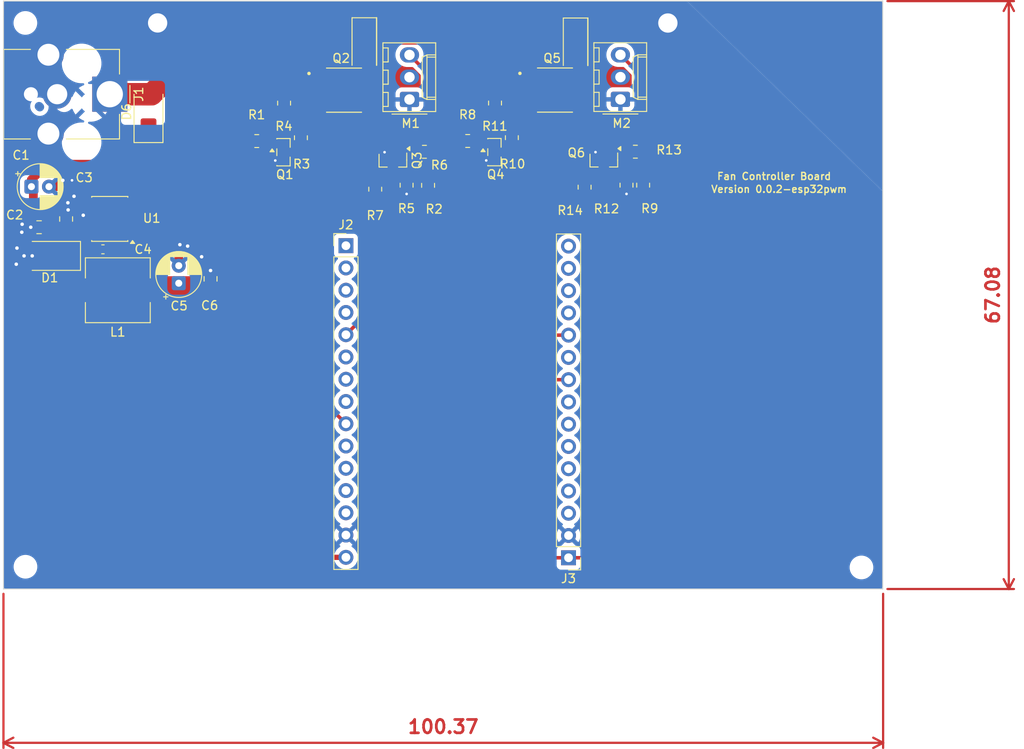
<source format=kicad_pcb>
(kicad_pcb (version 20241229) (generator "pcbnew") (generator_version "9.0")
  (layers (0 "F.Cu" mixed "Front") (2 "B.Cu" mixed "Back") (13 "F.Paste" user) (15 "B.Paste" user) (5 "F.SilkS" user "F.Silkscreen") (7 "B.SilkS" user "B.Silkscreen") (1 "F.Mask" user) (3 "B.Mask" user) (25 "Edge.Cuts" user))
  (net 0 "")
  (net 1 "GND")
  (net 2 "PWM1")
  (net 3 "PWM2")
  (net 4 "TACH1")
  (net 5 "TACH2")
  (net 6 "12VDC")
  (net 7 "Net-(D1-K)")
  (net 8 "Net-(U1-CB)")
  (net 9 "5VDC")
  (net 10 "Net-(Q1-Pad1)")
  (net 11 "Net-(Q1-Pad3)")
  (net 12 "Net-(Q3-B)")
  (net 13 "3V3")
  (net 14 "Net-(M1-Tacho)")
  (net 15 "Net-(M1-+)")
  (net 19 "Net-(M2-+)")
  (net 24 "unconnected-(J2-Pin_11-Pad11)")
  (net 26 "Net-(Q6-B)")
  (net 27 "Net-(Q4-Pad1)")
  (net 28 "Net-(Q4-Pad3)")
  (net 29 "Net-(M2-Tacho)")
  (net 46 "Net-(D6-K)")
  (net 47 "Net-(Q2-Pad4)")
  (net 48 "Net-(Q5-Pad4)")
  (net 49 "unconnected-(R5-Pad2)")
  (footprint "Package_TO_SOT_SMD:SOT-23" (layer "F.Cu") (at 138.571594 75.25)
    (property "Reference" "Q4" (at 0.1475 2.55 0) (layer "F.SilkS"))
    (property "Value" "AO3400A")
    (pad "1" smd roundrect (at -0.9375 -0.95) (size 1.475 0.6) (layers "F.Cu" "F.Mask" "F.Paste") (net 27 "Net-(Q4-Pad1)"))
    (pad "2" smd roundrect (at -0.9375 0.95) (size 1.475 0.6) (layers "F.Cu" "F.Mask" "F.Paste") (net 1 "GND"))
    (pad "3" smd roundrect (at 0.9375 0) (size 1.475 0.6) (layers "F.Cu" "F.Mask" "F.Paste") (net 28 "Net-(Q4-Pad3)"))
  )
  (footprint "Resistor_SMD:R_0805_2012Metric_Pad1.20x1.40mm_HandSolder" (layer "F.Cu") (at 140.559094 73.6 90)
    (property "Reference" "R10" (at -3 0.08 180) (layer "F.SilkS"))
    (property "Value" "100")
    (pad "1" smd roundrect (at -1 0 90) (size 1.2 1.4) (layers "F.Cu" "F.Mask" "F.Paste") (roundrect_rratio 0.208333) (net 28 "Net-(Q4-Pad3)"))
    (pad "2" smd roundrect (at 1 0 90) (size 1.2 1.4) (layers "F.Cu" "F.Mask" "F.Paste") (roundrect_rratio 0.208333) (net 48 "Net-(Q5-Pad4)"))
  )
  (footprint "Resistor_SMD:R_0805_2012Metric_Pad1.20x1.40mm_HandSolder" (layer "F.Cu") (at 148.859294 79.25009 90)
    (property "Reference" "R14" (at -2.64991 -1.649294 180) (layer "F.SilkS"))
    (property "Value" "4.7k")
    (pad "1" smd roundrect (at -1 0 90) (size 1.2 1.4) (layers "F.Cu" "F.Mask" "F.Paste") (roundrect_rratio 0.208333) (net 13 "3V3"))
    (pad "2" smd roundrect (at 1 0 90) (size 1.2 1.4) (layers "F.Cu" "F.Mask" "F.Paste") (roundrect_rratio 0.208333) (net 5 "TACH2"))
  )
  (footprint "Inductor_SMD:L_7.3x7.3_H4.5" (layer "F.Cu") (at 95.6 91.01)
    (property "Reference" "L1" (at -0.01 4.77 0) (layer "F.SilkS"))
    (property "Value" "68 uH")
    (pad "1" smd rect (at -3.2 0) (size 1.5 2.2) (layers "F.Cu" "F.Mask" "F.Paste") (net 7 "Net-(D1-K)"))
    (pad "2" smd rect (at 3.2 0) (size 1.5 2.2) (layers "F.Cu" "F.Mask" "F.Paste") (net 9 "5VDC"))
  )
  (footprint "Capacitor_SMD:C_0805_2012Metric" (layer "F.Cu") (at 89.7 82.88 90)
    (property "Reference" "C3" (at 4.72 2.06 180) (layer "F.SilkS"))
    (property "Value" "0.1uF" (hide yes))
    (pad "1" smd roundrect (at -0.95 0 90) (size 1 1.45) (layers "F.Cu" "F.Mask" "F.Paste") (net 46 "Net-(D6-K)"))
    (pad "2" smd roundrect (at 0.95 0 90) (size 1 1.45) (layers "F.Cu" "F.Mask" "F.Paste") (net 1 "GND"))
  )
  (footprint "Resistor_SMD:R_0805_2012Metric_Pad1.20x1.40mm_HandSolder" (layer "F.Cu") (at 153.64 79.02 -90)
    (property "Reference" "R12" (at 2.7 2.28 180) (layer "F.SilkS"))
    (property "Value" "100k")
    (pad "1" smd roundrect (at -1 0 270) (size 1.2 1.4) (layers "F.Cu" "F.Mask" "F.Paste") (roundrect_rratio 0.208333) (net 26 "Net-(Q6-B)"))
    (pad "2" smd roundrect (at 1 0 270) (size 1.2 1.4) (layers "F.Cu" "F.Mask" "F.Paste") (roundrect_rratio 0.208333) (net 1 "GND"))
  )
  (footprint "Resistor_SMD:R_0805_2012Metric_Pad1.20x1.40mm_HandSolder" (layer "F.Cu") (at 154.650494 75.20372 180)
    (property "Reference" "R13" (at -3.849506 0.20372 180) (layer "F.SilkS"))
    (property "Value" "10k")
    (pad "1" smd roundrect (at -1 0 180) (size 1.2 1.4) (layers "F.Cu" "F.Mask" "F.Paste") (roundrect_rratio 0.208333) (net 29 "Net-(M2-Tacho)"))
    (pad "2" smd roundrect (at 1 0 180) (size 1.2 1.4) (layers "F.Cu" "F.Mask" "F.Paste") (roundrect_rratio 0.208333) (net 26 "Net-(Q6-B)"))
  )
  (footprint "Diode_SMD:D_SMA" (layer "F.Cu") (at 87.83 87.09 180)
    (property "Reference" "D1" (at 0 -2.5 180) (layer "F.SilkS"))
    (property "Value" "SS16FLQ-TP" (hide yes))
    (pad "1" smd roundrect (at -2 0 180) (size 2.5 1.8) (layers "F.Cu" "F.Mask" "F.Paste") (roundrect_rratio 0.1388888889) (net 7 "Net-(D1-K)"))
    (pad "2" smd roundrect (at 2 0 180) (size 2.5 1.8) (layers "F.Cu" "F.Mask" "F.Paste") (roundrect_rratio 0.1388888889) (net 1 "GND"))
  )
  (footprint "Package_SO:SOIC-8_3.9x4.9mm_P1.27mm" (layer "F.Cu") (at 94.68 82.87 180)
    (property "Reference" "U1" (at -4.79 0.0725 180) (layer "F.SilkS"))
    (property "Value" "LM2674M-5.0" (hide yes))
    (pad "1" smd roundrect (at -2.475 -1.905 180) (size 1.95 0.6) (layers "F.Cu" "F.Mask" "F.Paste") (net 8 "Net-(U1-CB)"))
    (pad "2" smd roundrect (at -2.475 -0.635 180) (size 1.95 0.6) (layers "F.Cu" "F.Mask" "F.Paste"))
    (pad "3" smd roundrect (at -2.475 0.635 180) (size 1.95 0.6) (layers "F.Cu" "F.Mask" "F.Paste"))
    (pad "4" smd roundrect (at -2.475 1.905 180) (size 1.95 0.6) (layers "F.Cu" "F.Mask" "F.Paste") (net 9 "5VDC"))
    (pad "5" smd roundrect (at 2.475 1.905 180) (size 1.95 0.6) (layers "F.Cu" "F.Mask" "F.Paste"))
    (pad "6" smd roundrect (at 2.475 0.635 180) (size 1.95 0.6) (layers "F.Cu" "F.Mask" "F.Paste") (net 1 "GND"))
    (pad "7" smd roundrect (at 2.475 -0.635 180) (size 1.95 0.6) (layers "F.Cu" "F.Mask" "F.Paste") (net 46 "Net-(D6-K)"))
    (pad "8" smd roundrect (at 2.475 -1.905 180) (size 1.95 0.6) (layers "F.Cu" "F.Mask" "F.Paste") (net 7 "Net-(D1-K)"))
  )
  (footprint "Resistor_SMD:R_0805_2012Metric_Pad1.20x1.40mm_HandSolder" (layer "F.Cu") (at 138.639094 69.65 90)
    (property "Reference" "R11" (at -2.64 -0.02 180) (layer "F.SilkS"))
    (property "Value" "10k")
    (pad "1" smd roundrect (at -1 0 90) (size 1.2 1.4) (layers "F.Cu" "F.Mask" "F.Paste") (roundrect_rratio 0.208333) (net 48 "Net-(Q5-Pad4)"))
    (pad "2" smd roundrect (at 1 0 90) (size 1.2 1.4) (layers "F.Cu" "F.Mask" "F.Paste") (roundrect_rratio 0.208333) (net 6 "12VDC"))
  )
  (footprint "Resistor_SMD:R_0805_2012Metric_Pad1.20x1.40mm_HandSolder" (layer "F.Cu") (at 135.519094 73.98 180)
    (property "Reference" "R8" (at 0.01 3 180) (layer "F.SilkS"))
    (property "Value" "100")
    (pad "1" smd roundrect (at -1 0 180) (size 1.2 1.4) (layers "F.Cu" "F.Mask" "F.Paste") (roundrect_rratio 0.208333) (net 27 "Net-(Q4-Pad1)"))
    (pad "2" smd roundrect (at 1 0 180) (size 1.2 1.4) (layers "F.Cu" "F.Mask" "F.Paste") (roundrect_rratio 0.208333) (net 3 "PWM2"))
  )
  (footprint "Capacitor_SMD:C_0805_2012Metric" (layer "F.Cu") (at 86.614 83.82 180)
    (property "Reference" "C2" (at 2.784 1.4 180) (layer "F.SilkS"))
    (property "Value" "2.2uF" (hide yes))
    (pad "1" smd roundrect (at -0.95 0 180) (size 1 1.45) (layers "F.Cu" "F.Mask" "F.Paste") (net 46 "Net-(D6-K)"))
    (pad "2" smd roundrect (at 0.95 0 180) (size 1 1.45) (layers "F.Cu" "F.Mask" "F.Paste") (net 1 "GND"))
  )
  (footprint "Capacitor_THT:CP_Radial_D5.0mm_P2.00mm" (layer "F.Cu") (at 85.74 79.19)
    (property "Reference" "C1" (at -1.18 -3.59 0) (layer "F.SilkS"))
    (property "Value" "100uF")
    (pad "1" thru_hole roundrect (at 0 0) (size 1.6 1.6) (drill 0.8) (layers "*.Cu" "*.Mask") (roundrect_rratio 0.15625) (net 46 "Net-(D6-K)"))
    (pad "2" thru_hole circle (at 2 0) (size 1.6 1.6) (drill 0.8) (layers "*.Cu" "*.Mask") (net 1 "GND"))
  )
  (footprint "Connector_BarrelJack:BarrelJack_CUI_PJ-063AH_Horizontal_CircularHoles" (layer "F.Cu") (at 94.68 68.64 -90)
    (property "Reference" "J1" (at 0 -3.3 90) (layer "F.SilkS"))
    (property "Value" "Barrel_Jack" (hide yes))
    (pad "" np_thru_hole circle (at 0 9 270) (size 1.6 1.6) (drill 1.6) (layers "*.Cu" "*.Mask"))
    (pad "1" thru_hole rect (at 0 0 270) (size 4 4) (drill 3) (layers "*.Cu" "*.Mask") (net 6 "12VDC"))
    (pad "2" thru_hole circle (at 0 6 270) (size 3.3 3.3) (drill 2.3) (layers "*.Cu" "*.Mask") (net 1 "GND"))
    (pad "MP" thru_hole circle (at -4.5 7 270) (size 3.5 3.5) (drill 2.5) (layers "*.Cu" "*.Mask"))
    (pad "MP" thru_hole circle (at 4.5 7 270) (size 3.5 3.5) (drill 2.5) (layers "*.Cu" "*.Mask"))
  )
  (footprint "Resistor_SMD:R_0805_2012Metric_Pad1.20x1.40mm_HandSolder" (layer "F.Cu") (at 131 79.04 90)
    (property "Reference" "R2" (at -2.71 0.69 180) (layer "F.SilkS"))
    (property "Value" "4.7k")
    (pad "1" smd roundrect (at -1 0 90) (size 1.2 1.4) (layers "F.Cu" "F.Mask" "F.Paste") (roundrect_rratio 0.208333) (net 13 "3V3"))
    (pad "2" smd roundrect (at 1 0 90) (size 1.2 1.4) (layers "F.Cu" "F.Mask" "F.Paste") (roundrect_rratio 0.208333) (net 12 "Net-(Q3-B)"))
  )
  (footprint "Resistor_SMD:R_0805_2012Metric_Pad1.20x1.40mm_HandSolder" (layer "F.Cu") (at 124.97 79.48 90)
    (property "Reference" "R7" (at -3 -0.01 180) (layer "F.SilkS"))
    (property "Value" "4.7k")
    (pad "1" smd roundrect (at -1 0 90) (size 1.2 1.4) (layers "F.Cu" "F.Mask" "F.Paste") (roundrect_rratio 0.208333) (net 13 "3V3"))
    (pad "2" smd roundrect (at 1 0 90) (size 1.2 1.4) (layers "F.Cu" "F.Mask" "F.Paste") (roundrect_rratio 0.208333) (net 4 "TACH1"))
  )
  (footprint "Connector_PinHeader_2.54mm:PinHeader_1x15_P2.54mm_Vertical" (layer "F.Cu") (at 147.025783 121.534216 180)
    (property "Reference" "J3" (at 0 -2.38 0) (layer "F.SilkS"))
    (property "Value" "Conn_01x15" (hide yes))
    (pad "1" thru_hole rect (at 0 0 180) (size 1.7 1.7) (drill 1) (layers "*.Cu" "*.Mask") (net 13 "3V3"))
    (pad "2" thru_hole circle (at 0 2.54 180) (size 1.7 1.7) (drill 1) (layers "*.Cu" "*.Mask") (net 1 "GND"))
    (pad "3" thru_hole circle (at 0 5.08 180) (size 1.7 1.7) (drill 1) (layers "*.Cu" "*.Mask"))
    (pad "4" thru_hole circle (at 0 7.62 180) (size 1.7 1.7) (drill 1) (layers "*.Cu" "*.Mask"))
    (pad "5" thru_hole circle (at 0 10.16 180) (size 1.7 1.7) (drill 1) (layers "*.Cu" "*.Mask"))
    (pad "6" thru_hole circle (at 0 12.7 180) (size 1.7 1.7) (drill 1) (layers "*.Cu" "*.Mask"))
    (pad "7" thru_hole circle (at 0 15.24 180) (size 1.7 1.7) (drill 1) (layers "*.Cu" "*.Mask"))
    (pad "8" thru_hole circle (at 0 17.78 180) (size 1.7 1.7) (drill 1) (layers "*.Cu" "*.Mask"))
    (pad "9" thru_hole circle (at 0 20.32 180) (size 1.7 1.7) (drill 1) (layers "*.Cu" "*.Mask") (net 3 "PWM2"))
    (pad "10" thru_hole circle (at 0 22.86 180) (size 1.7 1.7) (drill 1) (layers "*.Cu" "*.Mask"))
    (pad "11" thru_hole circle (at 0 25.4 180) (size 1.7 1.7) (drill 1) (layers "*.Cu" "*.Mask") (net 5 "TACH2"))
    (pad "12" thru_hole circle (at 0 27.94 180) (size 1.7 1.7) (drill 1) (layers "*.Cu" "*.Mask"))
    (pad "13" thru_hole circle (at 0 30.48 180) (size 1.7 1.7) (drill 1) (layers "*.Cu" "*.Mask"))
    (pad "14" thru_hole circle (at 0 33.02 180) (size 1.7 1.7) (drill 1) (layers "*.Cu" "*.Mask"))
    (pad "15" thru_hole circle (at 0 35.56 180) (size 1.7 1.7) (drill 1) (layers "*.Cu" "*.Mask"))
  )
  (footprint "Resistor_SMD:R_0805_2012Metric_Pad1.20x1.40mm_HandSolder" (layer "F.Cu") (at 116.49 73.61 90)
    (property "Reference" "R3" (at -3 0.08 180) (layer "F.SilkS"))
    (property "Value" "100")
    (pad "1" smd roundrect (at -1 0 90) (size 1.2 1.4) (layers "F.Cu" "F.Mask" "F.Paste") (roundrect_rratio 0.208333) (net 11 "Net-(Q1-Pad3)"))
    (pad "2" smd roundrect (at 1 0 90) (size 1.2 1.4) (layers "F.Cu" "F.Mask" "F.Paste") (roundrect_rratio 0.208333) (net 47 "Net-(Q2-Pad4)"))
  )
  (footprint "Package_TO_SOT_SMD:SOT-23_Handsoldering" (layer "F.Cu") (at 151.053854 76.18646 -90)
    (property "Reference" "Q6" (at -0.85637 3.13456 0) (layer "F.SilkS"))
    (property "Value" "MMBT3904" (hide yes))
    (pad "1" smd roundrect (at -1.5 -0.95 270) (size 1.9 0.8) (layers "F.Cu" "F.Mask" "F.Paste") (net 26 "Net-(Q6-B)"))
    (pad "2" smd roundrect (at -1.5 0.95 270) (size 1.9 0.8) (layers "F.Cu" "F.Mask" "F.Paste") (net 1 "GND"))
    (pad "3" smd roundrect (at 1.5 0 270) (size 1.9 0.8) (layers "F.Cu" "F.Mask" "F.Paste") (net 5 "TACH2"))
  )
  (footprint "Diode_SMD:D_SMA" (layer "F.Cu") (at 99.1 70.65 90)
    (property "Reference" "D6" (at 0 -2.5 90) (layer "F.SilkS"))
    (property "Value" "SS16FLQ-TP")
    (pad "1" smd roundrect (at -2 0 90) (size 2.5 1.8) (layers "F.Cu" "F.Mask" "F.Paste") (roundrect_rratio 0.1388888889) (net 46 "Net-(D6-K)"))
    (pad "2" smd roundrect (at 2 0 90) (size 2.5 1.8) (layers "F.Cu" "F.Mask" "F.Paste") (roundrect_rratio 0.1388888889) (net 6 "12VDC"))
  )
  (footprint "MountingHole:MountingHole_2.2mm_M2" (layer "F.Cu") (at 180.45 122.64)
    (property "Reference" "REF**" (hide yes))
    (property "Value" "MountingHole_2.2mm_M2" (hide yes))
    (pad "" np_thru_hole circle (at 0 0) (size 2.2 2.2) (drill 2.2) (layers "*.Cu" "*.Mask"))
  )
  (footprint "Connector_Molex:Molex_KK-254_AE-6410-03A_1x03_P2.54mm_Vertical" (layer "F.Cu") (at 152.946594 69.23 90)
    (property "Reference" "M2" (at -2.73 0.1425 180) (layer "F.SilkS"))
    (property "Value" "Fan_3pin")
    (pad "1" thru_hole roundrect (at 0 0 90) (size 1.74 2.19) (drill 1.19) (layers "*.Cu" "*.Mask") (roundrect_rratio 0.143678) (net 1 "GND"))
    (pad "2" thru_hole oval (at 2.54 0 90) (size 1.74 2.19) (drill 1.19) (layers "*.Cu" "*.Mask") (net 19 "Net-(M2-+)"))
    (pad "3" thru_hole oval (at 5.08 0 90) (size 1.74 2.19) (drill 1.19) (layers "*.Cu" "*.Mask") (net 29 "Net-(M2-Tacho)"))
  )
  (footprint "MountingHole:MountingHole_2.2mm_M2" (layer "F.Cu") (at 85.06 122.56)
    (property "Reference" "REF**" (hide yes))
    (property "Value" "MountingHole_2.2mm_M2" (hide yes))
    (pad "" np_thru_hole circle (at 0 0) (size 2.2 2.2) (drill 2.2) (layers "*.Cu" "*.Mask"))
  )
  (footprint "Capacitor_SMD:C_0603_1608Metric" (layer "F.Cu") (at 93.9 86.34)
    (property "Reference" "C4" (at 4.58 0.005 0) (layer "F.SilkS"))
    (property "Value" "0.01uF" (hide yes))
    (pad "1" smd roundrect (at -0.775 0) (size 0.9 0.95) (layers "F.Cu" "F.Mask" "F.Paste") (net 7 "Net-(D1-K)"))
    (pad "2" smd roundrect (at 0.775 0) (size 0.9 0.95) (layers "F.Cu" "F.Mask" "F.Paste") (net 8 "Net-(U1-CB)"))
  )
  (footprint "AO4407A:SOIC127P600X175-8N" (layer "F.Cu") (at 121.41 68.18)
    (property "Reference" "Q2" (at -0.325 -3.635 0) (layer "F.SilkS"))
    (property "Value" "AO4407A")
    (pad "1" smd roundrect (at -2.475 -1.905) (size 1.97 0.6) (layers "F.Cu" "F.Mask" "F.Paste") (roundrect_rratio 0.125) (net 6 "12VDC"))
    (pad "2" smd roundrect (at -2.475 -0.635) (size 1.97 0.6) (layers "F.Cu" "F.Mask" "F.Paste") (roundrect_rratio 0.125) (net 6 "12VDC"))
    (pad "3" smd roundrect (at -2.475 0.635) (size 1.97 0.6) (layers "F.Cu" "F.Mask" "F.Paste") (roundrect_rratio 0.125) (net 6 "12VDC"))
    (pad "4" smd roundrect (at -2.475 1.905) (size 1.97 0.6) (layers "F.Cu" "F.Mask" "F.Paste") (roundrect_rratio 0.125) (net 47 "Net-(Q2-Pad4)"))
    (pad "5" smd roundrect (at 2.475 1.905) (size 1.97 0.6) (layers "F.Cu" "F.Mask" "F.Paste") (roundrect_rratio 0.125) (net 15 "Net-(M1-+)"))
    (pad "6" smd roundrect (at 2.475 0.635) (size 1.97 0.6) (layers "F.Cu" "F.Mask" "F.Paste") (roundrect_rratio 0.125) (net 15 "Net-(M1-+)"))
    (pad "7" smd roundrect (at 2.475 -0.635) (size 1.97 0.6) (layers "F.Cu" "F.Mask" "F.Paste") (roundrect_rratio 0.125) (net 15 "Net-(M1-+)"))
    (pad "8" smd roundrect (at 2.475 -1.905) (size 1.97 0.6) (layers "F.Cu" "F.Mask" "F.Paste") (roundrect_rratio 0.125) (net 15 "Net-(M1-+)"))
  )
  (footprint "Resistor_SMD:R_0805_2012Metric_Pad1.20x1.40mm_HandSolder" (layer "F.Cu") (at 111.45 73.99 180)
    (property "Reference" "R1" (at 0.01 3 180) (layer "F.SilkS"))
    (property "Value" "100")
    (pad "1" smd roundrect (at -1 0 180) (size 1.2 1.4) (layers "F.Cu" "F.Mask" "F.Paste") (roundrect_rratio 0.208333) (net 10 "Net-(Q1-Pad1)"))
    (pad "2" smd roundrect (at 1 0 180) (size 1.2 1.4) (layers "F.Cu" "F.Mask" "F.Paste") (roundrect_rratio 0.208333) (net 2 "PWM1"))
  )
  (footprint "SS54:DO-214AC" (layer "F.Cu") (at 123.7234 63.03892 -90)
    (property "Reference" "D3" (hide yes))
    (property "Value" "SS54")
    (pad "A" smd rect (at 1.6776 0 270) (size 2.2561 1.4315) (layers "F.Cu" "F.Mask" "F.Paste") (net 15 "Net-(M1-+)"))
    (pad "C" smd rect (at -1.6776 0 270) (size 2.2561 1.4315) (layers "F.Cu" "F.Mask" "F.Paste") (net 6 "12VDC"))
  )
  (footprint "Capacitor_THT:CP_Radial_D5.0mm_P2.00mm" (layer "F.Cu") (at 102.55 90.21 90)
    (property "Reference" "C5" (at -2.59 0.04 180) (layer "F.SilkS"))
    (property "Value" "100uF")
    (pad "1" thru_hole roundrect (at 0 0 90) (size 1.6 1.6) (drill 0.8) (layers "*.Cu" "*.Mask") (roundrect_rratio 0.15625) (net 9 "5VDC"))
    (pad "2" thru_hole circle (at 2 0 90) (size 1.6 1.6) (drill 0.8) (layers "*.Cu" "*.Mask") (net 1 "GND"))
  )
  (footprint "Resistor_SMD:R_0805_2012Metric_Pad1.20x1.40mm_HandSolder" (layer "F.Cu") (at 155.54 79.02 90)
    (property "Reference" "R9" (at -2.67 0.75 180) (layer "F.SilkS"))
    (property "Value" "4.7k")
    (pad "1" smd roundrect (at -1 0 90) (size 1.2 1.4) (layers "F.Cu" "F.Mask" "F.Paste") (roundrect_rratio 0.208333) (net 13 "3V3"))
    (pad "2" smd roundrect (at 1 0 90) (size 1.2 1.4) (layers "F.Cu" "F.Mask" "F.Paste") (roundrect_rratio 0.208333) (net 26 "Net-(Q6-B)"))
  )
  (footprint "MountingHole:MountingHole_2.2mm_M2" (layer "F.Cu") (at 158.36 60.52)
    (property "Reference" "REF**" (hide yes))
    (property "Value" "MountingHole_2.2mm_M2" (hide yes))
    (pad "" np_thru_hole circle (at 0 0) (size 2.2 2.2) (drill 2.2) (layers "*.Cu" "*.Mask"))
  )
  (footprint "Capacitor_SMD:C_0805_2012Metric" (layer "F.Cu") (at 106.18 89.71 90)
    (property "Reference" "C6" (at -3.04 -0.1 180) (layer "F.SilkS"))
    (property "Value" "0.1uF")
    (pad "1" smd roundrect (at -0.95 0 90) (size 1 1.45) (layers "F.Cu" "F.Mask" "F.Paste") (net 9 "5VDC"))
    (pad "2" smd roundrect (at 0.95 0 90) (size 1 1.45) (layers "F.Cu" "F.Mask" "F.Paste") (net 1 "GND"))
  )
  (footprint "MountingHole:MountingHole_2.2mm_M2" (layer "F.Cu") (at 100.14 60.51)
    (property "Reference" "REF**" (hide yes))
    (property "Value" "MountingHole_2.2mm_M2" (hide yes))
    (pad "" np_thru_hole circle (at 0 0) (size 2.2 2.2) (drill 2.2) (layers "*.Cu" "*.Mask"))
  )
  (footprint "AO4407A:SOIC127P600X175-8N" (layer "F.Cu") (at 145.479094 68.17)
    (property "Reference" "Q5" (at -0.325 -3.635 0) (layer "F.SilkS"))
    (property "Value" "AO4407A")
    (pad "1" smd roundrect (at -2.475 -1.905) (size 1.97 0.6) (layers "F.Cu" "F.Mask" "F.Paste") (roundrect_rratio 0.125) (net 6 "12VDC"))
    (pad "2" smd roundrect (at -2.475 -0.635) (size 1.97 0.6) (layers "F.Cu" "F.Mask" "F.Paste") (roundrect_rratio 0.125) (net 6 "12VDC"))
    (pad "3" smd roundrect (at -2.475 0.635) (size 1.97 0.6) (layers "F.Cu" "F.Mask" "F.Paste") (roundrect_rratio 0.125) (net 6 "12VDC"))
    (pad "4" smd roundrect (at -2.475 1.905) (size 1.97 0.6) (layers "F.Cu" "F.Mask" "F.Paste") (roundrect_rratio 0.125) (net 48 "Net-(Q5-Pad4)"))
    (pad "5" smd roundrect (at 2.475 1.905) (size 1.97 0.6) (layers "F.Cu" "F.Mask" "F.Paste") (roundrect_rratio 0.125) (net 19 "Net-(M2-+)"))
    (pad "6" smd roundrect (at 2.475 0.635) (size 1.97 0.6) (layers "F.Cu" "F.Mask" "F.Paste") (roundrect_rratio 0.125) (net 19 "Net-(M2-+)"))
    (pad "7" smd roundrect (at 2.475 -0.635) (size 1.97 0.6) (layers "F.Cu" "F.Mask" "F.Paste") (roundrect_rratio 0.125) (net 19 "Net-(M2-+)"))
    (pad "8" smd roundrect (at 2.475 -1.905) (size 1.97 0.6) (layers "F.Cu" "F.Mask" "F.Paste") (roundrect_rratio 0.125) (net 19 "Net-(M2-+)"))
  )
  (footprint "Connector_PinHeader_2.54mm:PinHeader_1x15_P2.54mm_Vertical" (layer "F.Cu") (at 121.625783 85.925781)
    (property "Reference" "J2" (at 0 -2.38 0) (layer "F.SilkS"))
    (property "Value" "Conn_01x15" (hide yes))
    (pad "1" thru_hole rect (at 0 0) (size 1.7 1.7) (drill 1) (layers "*.Cu" "*.Mask"))
    (pad "2" thru_hole circle (at 0 2.54) (size 1.7 1.7) (drill 1) (layers "*.Cu" "*.Mask"))
    (pad "3" thru_hole circle (at 0 5.08) (size 1.7 1.7) (drill 1) (layers "*.Cu" "*.Mask"))
    (pad "4" thru_hole circle (at 0 7.62) (size 1.7 1.7) (drill 1) (layers "*.Cu" "*.Mask"))
    (pad "5" thru_hole circle (at 0 10.16) (size 1.7 1.7) (drill 1) (layers "*.Cu" "*.Mask") (net 4 "TACH1"))
    (pad "6" thru_hole circle (at 0 12.7) (size 1.7 1.7) (drill 1) (layers "*.Cu" "*.Mask"))
    (pad "7" thru_hole circle (at 0 15.24) (size 1.7 1.7) (drill 1) (layers "*.Cu" "*.Mask"))
    (pad "8" thru_hole circle (at 0 17.78) (size 1.7 1.7) (drill 1) (layers "*.Cu" "*.Mask"))
    (pad "9" thru_hole circle (at 0 20.32) (size 1.7 1.7) (drill 1) (layers "*.Cu" "*.Mask") (net 2 "PWM1"))
    (pad "10" thru_hole circle (at 0 22.86) (size 1.7 1.7) (drill 1) (layers "*.Cu" "*.Mask"))
    (pad "11" thru_hole circle (at 0 25.4) (size 1.7 1.7) (drill 1) (layers "*.Cu" "*.Mask") (net 24 "unconnected-(J2-Pin_11-Pad11)"))
    (pad "12" thru_hole circle (at 0 27.94) (size 1.7 1.7) (drill 1) (layers "*.Cu" "*.Mask"))
    (pad "13" thru_hole circle (at 0 30.48) (size 1.7 1.7) (drill 1) (layers "*.Cu" "*.Mask"))
    (pad "14" thru_hole circle (at 0 33.02) (size 1.7 1.7) (drill 1) (layers "*.Cu" "*.Mask") (net 1 "GND"))
    (pad "15" thru_hole circle (at 0 35.56) (size 1.7 1.7) (drill 1) (layers "*.Cu" "*.Mask") (net 9 "5VDC"))
  )
  (footprint "SS54:DO-214AC" (layer "F.Cu") (at 147.829294 63.06769 -90)
    (property "Reference" "D5" (hide yes))
    (property "Value" "SS54")
    (pad "A" smd rect (at 1.6776 0 270) (size 2.2561 1.4315) (layers "F.Cu" "F.Mask" "F.Paste") (net 19 "Net-(M2-+)"))
    (pad "C" smd rect (at -1.6776 0 270) (size 2.2561 1.4315) (layers "F.Cu" "F.Mask" "F.Paste") (net 6 "12VDC"))
  )
  (footprint "Package_TO_SOT_SMD:SOT-23_Handsoldering" (layer "F.Cu") (at 126.98476 76.19646 -90)
    (property "Reference" "Q3" (at 0 -2.75 270) (layer "F.SilkS"))
    (property "Value" "MMBT3904")
    (pad "1" smd roundrect (at -1.5 -0.95 270) (size 1.9 0.8) (layers "F.Cu" "F.Mask" "F.Paste") (net 12 "Net-(Q3-B)"))
    (pad "2" smd roundrect (at -1.5 0.95 270) (size 1.9 0.8) (layers "F.Cu" "F.Mask" "F.Paste") (net 1 "GND"))
    (pad "3" smd roundrect (at 1.5 0 270) (size 1.9 0.8) (layers "F.Cu" "F.Mask" "F.Paste") (net 4 "TACH1"))
  )
  (footprint "Package_TO_SOT_SMD:SOT-23" (layer "F.Cu") (at 114.5025 75.26)
    (property "Reference" "Q1" (at 0.1475 2.55 0) (layer "F.SilkS"))
    (property "Value" "AO3400A")
    (pad "1" smd roundrect (at -0.9375 -0.95) (size 1.475 0.6) (layers "F.Cu" "F.Mask" "F.Paste") (net 10 "Net-(Q1-Pad1)"))
    (pad "2" smd roundrect (at -0.9375 0.95) (size 1.475 0.6) (layers "F.Cu" "F.Mask" "F.Paste") (net 1 "GND"))
    (pad "3" smd roundrect (at 0.9375 0) (size 1.475 0.6) (layers "F.Cu" "F.Mask" "F.Paste") (net 11 "Net-(Q1-Pad3)"))
  )
  (footprint "Resistor_SMD:R_0805_2012Metric_Pad1.20x1.40mm_HandSolder" (layer "F.Cu") (at 130.5814 75.21372 180)
    (property "Reference" "R6" (at -1.7186 -1.51628 180) (layer "F.SilkS"))
    (property "Value" "10k")
    (pad "1" smd roundrect (at -1 0 180) (size 1.2 1.4) (layers "F.Cu" "F.Mask" "F.Paste") (roundrect_rratio 0.208333) (net 14 "Net-(M1-Tacho)"))
    (pad "2" smd roundrect (at 1 0 180) (size 1.2 1.4) (layers "F.Cu" "F.Mask" "F.Paste") (roundrect_rratio 0.208333) (net 12 "Net-(Q3-B)"))
  )
  (footprint "Resistor_SMD:R_0805_2012Metric_Pad1.20x1.40mm_HandSolder" (layer "F.Cu") (at 114.57 69.66 90)
    (property "Reference" "R4" (at -2.64 -0.02 180) (layer "F.SilkS"))
    (property "Value" "10k")
    (pad "1" smd roundrect (at -1 0 90) (size 1.2 1.4) (layers "F.Cu" "F.Mask" "F.Paste") (roundrect_rratio 0.208333) (net 47 "Net-(Q2-Pad4)"))
    (pad "2" smd roundrect (at 1 0 90) (size 1.2 1.4) (layers "F.Cu" "F.Mask" "F.Paste") (roundrect_rratio 0.208333) (net 6 "12VDC"))
  )
  (footprint "Resistor_SMD:R_0805_2012Metric_Pad1.20x1.40mm_HandSolder" (layer "F.Cu") (at 128.5494 79.02372 -90)
    (property "Reference" "R5" (at 2.66628 0.0194 180) (layer "F.SilkS"))
    (property "Value" "100k")
    (pad "1" smd roundrect (at -1 0 270) (size 1.2 1.4) (layers "F.Cu" "F.Mask" "F.Paste") (roundrect_rratio 0.208333) (net 12 "Net-(Q3-B)"))
    (pad "2" smd roundrect (at 1 0 270) (size 1.2 1.4) (layers "F.Cu" "F.Mask" "F.Paste") (roundrect_rratio 0.208333) (net 49 "unconnected-(R5-Pad2)"))
  )
  (footprint "Connector_Molex:Molex_KK-254_AE-6410-03A_1x03_P2.54mm_Vertical" (layer "F.Cu") (at 128.8775 69.24 90)
    (property "Reference" "M1" (at -2.73 0.1425 180) (layer "F.SilkS"))
    (property "Value" "Fan_3pin")
    (pad "1" thru_hole roundrect (at 0 0 90) (size 1.74 2.19) (drill 1.19) (layers "*.Cu" "*.Mask") (roundrect_rratio 0.143678) (net 1 "GND"))
    (pad "2" thru_hole oval (at 2.54 0 90) (size 1.74 2.19) (drill 1.19) (layers "*.Cu" "*.Mask") (net 15 "Net-(M1-+)"))
    (pad "3" thru_hole oval (at 5.08 0 90) (size 1.74 2.19) (drill 1.19) (layers "*.Cu" "*.Mask") (net 14 "Net-(M1-Tacho)"))
  )
  (gr_line (start 82.55 125.1) (end 182.88 125.1) (stroke (width 0.1)) (layer "Edge.Cuts"))
  (gr_line (start 82.55 59.78) (end 82.55 58.01) (stroke (width 0.1)) (layer "Edge.Cuts"))
  (gr_line (start 182.88 58.01) (end 182.88 125.09) (stroke (width 0.1)) (layer "Edge.Cuts"))
  (gr_line (start 82.55 59.78) (end 82.55 125.1) (stroke (width 0.1)) (layer "Edge.Cuts"))
  (gr_line (start 82.55 58.01) (end 182.88 58.01) (stroke (width 0.1)) (layer "Edge.Cuts"))
  (gr_text "Fan Controller Board" (at 163.90112 78.00848 0) (layer "F.SilkS") (effects (font (size 0.8128 0.8128) (thickness 0.1524)) (justify left)))
  (gr_text "Version 0.0.2-esp32pwm" (at 163.22112 79.47848 0) (layer "F.SilkS") (effects (font (size 0.8128 0.8128) (thickness 0.1524)) (justify left)))
  (dimension (type orthogonal) (layer "F.Cu") (pts (xy 182.915105 58.02) (xy 182.915105 125.1)) (height 14.344895) (orientation 1) (format (prefix "") (suffix "") (units 3) (units_format 0) (precision 4) (suppress_zeroes yes)) (style (thickness 0.254) (arrow_length 1.27) (text_position_mode 0) (arrow_direction outward) (extension_height 0.58642) (extension_offset 0.5) (keep_text_aligned yes)) (gr_text "67.08" (at 195.4312 91.56 90) (layer "F.Cu") (effects (font (size 1.524 1.524) (thickness 0.3048)))))
  (dimension (type orthogonal) (layer "F.Cu") (pts (xy 182.92 125.15) (xy 82.55 125.15)) (height 17.5) (orientation 0) (format (prefix "") (suffix "") (units 3) (units_format 0) (precision 4) (suppress_zeroes yes)) (style (thickness 0.254) (arrow_length 1.27) (text_position_mode 0) (arrow_direction outward) (extension_height 0.58642) (extension_offset 0.5) (keep_text_aligned yes)) (gr_text "100.37" (at 132.735 140.8212 0) (layer "F.Cu") (effects (font (size 1.524 1.524) (thickness 0.3048)))))
  (segment (start 85.21 83.82) (end 84.64 84.39) (width 0.4) (layer "F.Cu") (net 1))
  (segment (start 89.929 81.844864) (end 89.929 80.731) (width 1) (layer "F.Cu") (net 1))
  (segment (start 85.664 83.82) (end 85.21 83.82) (width 0.4) (layer "F.Cu") (net 1))
  (segment (start 84.9 87.09) (end 84.76 87.09) (width 0.4) (layer "F.Cu") (net 1))
  (segment (start 102.55 86.58) (end 103.22 85.91) (width 1) (layer "F.Cu") (net 1))
  (segment (start 89.32 78.474888) (end 90.365112 78.474888) (width 1) (layer "F.Cu") (net 1))
  (segment (start 85.664 83.82) (end 85.02 83.82) (width 0.4) (layer "F.Cu") (net 1))
  (segment (start 85.83 87.09) (end 84.9 87.09) (width 0.4) (layer "F.Cu") (net 1))
  (segment (start 84.01 87.98) (end 84.9 87.09) (width 0.4) (layer "F.Cu") (net 1))
  (segment (start 106.18 88.76) (end 106.18 88.21) (width 1) (layer "F.Cu") (net 1))
  (segment (start 90.37 80.29) (end 90.6 80.29) (width 1) (layer "F.Cu") (net 1))
  (segment (start 85.565 86.825) (end 85.525 86.825) (width 0.4) (layer "F.Cu") (net 1))
  (segment (start 88.604888 79.19) (end 89.32 78.474888) (width 1) (layer "F.Cu") (net 1))
  (segment (start 85.02 83.82) (end 84.68 83.48) (width 0.4) (layer "F.Cu") (net 1))
  (segment (start 90.905 82.455) (end 91.655 82.455) (width 1) (layer "F.Cu") (net 1))
  (segment (start 84.09 86.28) (end 84.9 87.09) (width 0.4) (layer "F.Cu") (net 1))
  (segment (start 85.83 87.09) (end 85.565 86.825) (width 0.4) (layer "F.Cu") (net 1))
  (segment (start 102.55 88.21) (end 102.55 86.58) (width 1) (layer "F.Cu") (net 1))
  (segment (start 90.365112 78.474888) (end 90.37 78.47) (width 1) (layer "F.Cu") (net 1))
  (segment (start 85.83 87.09) (end 85.36 87.09) (width 0.4) (layer "F.Cu") (net 1))
  (segment (start 90.264864 81.844864) (end 90.89 82.47) (width 1) (layer "F.Cu") (net 1))
  (segment (start 85.36 87.09) (end 84.97 87.48) (width 0.4) (layer "F.Cu") (net 1))
  (segment (start 106.18 88.21) (end 105.16 87.19) (width 1) (layer "F.Cu") (net 1))
  (segment (start 84.01 88.04) (end 84.01 87.98) (width 0.4) (layer "F.Cu") (net 1))
  (segment (start 89.929 81.844864) (end 90.264864 81.844864) (width 1) (layer "F.Cu") (net 1))
  (segment (start 89.929 80.731) (end 90.37 80.29) (width 1) (layer "F.Cu") (net 1))
  (segment (start 84.09 86.2) (end 84.09 86.28) (width 0.4) (layer "F.Cu") (net 1))
  (segment (start 87.74 79.19) (end 88.604888 79.19) (width 1) (layer "F.Cu") (net 1))
  (via (at 89.929 81.844864) (size 0.9) (drill 0.4) (layers "F.Cu" "B.Cu") (net 1))
  (via (at 91.655 82.455) (size 0.9) (drill 0.4) (layers "F.Cu" "B.Cu") (net 1))
  (via (at 126.03476 75.25896) (size 0.6) (drill 0.3) (layers "F.Cu" "B.Cu") (net 1))
  (via (at 102.68 85.81) (size 0.9) (drill 0.4) (layers "F.Cu" "B.Cu") (net 1))
  (via (at 137.634094 76.2) (size 0.6) (drill 0.3) (layers "F.Cu" "B.Cu") (net 1))
  (via (at 105.16 87.19) (size 0.9) (drill 0.4) (layers "F.Cu" "B.Cu") (net 1))
  (via (at 89.32 78.474888) (size 0.9) (drill 0.4) (layers "F.Cu" "B.Cu") (net 1))
  (via (at 89.9 81.03) (size 0.9) (drill 0.4) (layers "F.Cu" "B.Cu") (net 1))
  (via (at 85.83 87.09) (size 0.9) (drill 0.4) (layers "F.Cu" "B.Cu") (net 1))
  (via (at 84.9 87.09) (size 0.9) (drill 0.4) (layers "F.Cu" "B.Cu") (net 1))
  (via (at 113.565 76.21) (size 0.6) (drill 0.3) (layers "F.Cu" "B.Cu") (net 1))
  (via (at 153.64 80.02) (size 0.6) (drill 0.3) (layers "F.Cu" "B.Cu") (net 1))
  (via (at 106.18 88.76) (size 0.9) (drill 0.4) (layers "F.Cu" "B.Cu") (net 1))
  (via (at 84.68 83.48) (size 0.9) (drill 0.4) (layers "F.Cu" "B.Cu") (net 1))
  (via (at 150.103854 75.24896) (size 0.6) (drill 0.3) (layers "F.Cu" "B.Cu") (net 1))
  (via (at 90.37 78.47) (size 0.6) (drill 0.3) (layers "F.Cu" "B.Cu") (net 1))
  (via (at 84.64 84.39) (size 0.9) (drill 0.4) (layers "F.Cu" "B.Cu") (net 1))
  (via (at 90.6 80.29) (size 0.9) (drill 0.4) (layers "F.Cu" "B.Cu") (net 1))
  (via (at 84.09 86.2) (size 0.9) (drill 0.4) (layers "F.Cu" "B.Cu") (net 1))
  (via (at 84.01 88.04) (size 0.9) (drill 0.4) (layers "F.Cu" "B.Cu") (net 1))
  (via (at 103.564956 85.973881) (size 0.9) (drill 0.4) (layers "F.Cu" "B.Cu") (net 1))
  (via (at 85.664 83.82) (size 0.9) (drill 0.4) (layers "F.Cu" "B.Cu") (net 1))
  (segment (start 116.210002 100.83) (end 121.625783 106.245781) (width 0.4) (layer "F.Cu") (net 2))
  (segment (start 115.8 88.47) (end 115.8 100.43) (width 0.4) (layer "F.Cu") (net 2))
  (segment (start 108.25 80.92) (end 115.8 88.47) (width 0.4) (layer "F.Cu") (net 2))
  (segment (start 108.25 76.19) (end 108.25 80.92) (width 0.4) (layer "F.Cu") (net 2))
  (segment (start 110.45 73.99) (end 108.25 76.19) (width 0.4) (layer "F.Cu") (net 2))
  (segment (start 116.2 100.83) (end 115.8 100.43) (width 0.4) (layer "F.Cu") (net 2))
  (segment (start 116.210002 100.83) (end 116.2 100.83) (width 0.4) (layer "F.Cu") (net 2))
  (segment (start 133.2 75.30971) (end 133.2 92.131564) (width 0.4) (layer "F.Cu") (net 3))
  (segment (start 142.282652 101.214216) (end 147.025783 101.214216) (width 0.4) (layer "F.Cu") (net 3))
  (segment (start 133.2 75.30971) (end 134.5198 73.98991) (width 0.4) (layer "F.Cu") (net 3))
  (segment (start 133.2 92.131564) (end 142.282652 101.214216) (width 0.4) (layer "F.Cu") (net 3))
  (segment (start 123.24 81.27) (end 123.24 80.21) (width 0.4) (layer "F.Cu") (net 4))
  (segment (start 124.060782 93.650782) (end 121.625783 96.085781) (width 0.4) (layer "F.Cu") (net 4))
  (segment (start 124.060782 93.650782) (end 124.060782 82.090782) (width 0.4) (layer "F.Cu") (net 4))
  (segment (start 124.060782 82.090782) (end 123.24 81.27) (width 0.4) (layer "F.Cu") (net 4))
  (segment (start 126.02388 78.09484) (end 126.98476 77.13396) (width 0.4) (layer "F.Cu") (net 4))
  (segment (start 125.55144 78.09484) (end 126.02388 78.09484) (width 0.4) (layer "F.Cu") (net 4))
  (segment (start 124.97 78.48) (end 124.82 78.48) (width 0.6) (layer "F.Cu") (net 4))
  (segment (start 123.24 80.21) (end 124.97 78.48) (width 0.4) (layer "F.Cu") (net 4))
  (segment (start 147.025783 96.134216) (end 145.594216 96.134216) (width 0.4) (layer "F.Cu") (net 5))
  (segment (start 149.927724 78.25009) (end 148.859294 78.25009) (width 0.4) (layer "F.Cu") (net 5))
  (segment (start 151.053854 77.12396) (end 149.927724 78.25009) (width 0.4) (layer "F.Cu") (net 5))
  (segment (start 144.49 82.63) (end 144.49 95.03) (width 0.4) (layer "F.Cu") (net 5))
  (segment (start 144.49 95.03) (end 145.594216 96.134216) (width 0.4) (layer "F.Cu") (net 5))
  (segment (start 148.86 78.26) (end 144.49 82.63) (width 0.4) (layer "F.Cu") (net 5))
  (segment (start 136.63971 61.71) (end 136.6298 61.71991) (width 2.54) (layer "F.Cu") (net 6))
  (segment (start 123.94 61.9) (end 123.94 62.1824) (width 1.5) (layer "F.Cu") (net 6))
  (segment (start 99.46 68.64) (end 94.68 68.64) (width 2.54) (layer "F.Cu") (net 6))
  (segment (start 125.07 61.72) (end 112.56 61.72) (width 2.54) (layer "F.Cu") (net 6))
  (segment (start 94.68 68.64) (end 99.09 68.64) (width 2.54) (layer "F.Cu") (net 6))
  (segment (start 136.62173 61.71184) (end 125.59792 61.71184) (width 2.54) (layer "F.Cu") (net 6))
  (segment (start 148.96 61.71) (end 136.63971 61.71) (width 2.54) (layer "F.Cu") (net 6))
  (segment (start 136.6298 61.71991) (end 136.62173 61.71184) (width 2.54) (layer "F.Cu") (net 6))
  (segment (start 99.09 68.64) (end 99.1 68.65) (width 2.54) (layer "F.Cu") (net 6))
  (segment (start 125.59792 61.71184) (end 125.07 61.72) (width 2.54) (layer "F.Cu") (net 6))
  (segment (start 107.186 61.71) (end 106.39 61.71) (width 2.54) (layer "F.Cu") (net 6))
  (segment (start 106.39 61.71) (end 99.46 68.64) (width 2.54) (layer "F.Cu") (net 6))
  (segment (start 112.56 61.72) (end 107.186 61.71) (width 2.54) (layer "F.Cu") (net 6))
  (segment (start 86.614 70.024) (end 86.694 70.104) (width 1) (layer "B.Cu") (net 6))
  (segment (start 113.74658 120.29658) (end 113.74658 96.08342) (width 0.6) (layer "F.Cu") (net 9))
  (segment (start 113.75 96.08) (end 113.74316 96.08) (width 0.6) (layer "F.Cu") (net 9))
  (segment (start 114.935781 121.485781) (end 113.74658 120.29658) (width 0.6) (layer "F.Cu") (net 9))
  (segment (start 113.74316 96.08) (end 108.32316 90.66) (width 0.6) (layer "F.Cu") (net 9))
  (segment (start 108.32316 90.66) (end 106.18 90.66) (width 0.6) (layer "F.Cu") (net 9))
  (segment (start 121.625783 121.485781) (end 114.935781 121.485781) (width 0.6) (layer "F.Cu") (net 9))
  (segment (start 113.74658 96.08342) (end 113.75 96.08) (width 0.6) (layer "F.Cu") (net 9))
  (segment (start 130.62968 78.04) (end 129.5814 76.99172) (width 0.4) (layer "F.Cu") (net 12))
  (segment (start 129.5814 75.21372) (end 127.98 75.21372) (width 0.4) (layer "F.Cu") (net 12))
  (segment (start 129.5814 75.21372) (end 129.5814 76.99172) (width 0.4) (layer "F.Cu") (net 12))
  (segment (start 129.5814 76.99172) (end 128.5494 78.02372) (width 0.4) (layer "F.Cu") (net 12))
  (segment (start 127.98 75.21372) (end 127.93476 75.25896) (width 0.4) (layer "F.Cu") (net 12))
  (segment (start 131 78.04) (end 130.62968 78.04) (width 0.4) (layer "F.Cu") (net 12))
  (segment (start 128.085 82.955) (end 131 80.04) (width 0.4) (layer "F.Cu") (net 13))
  (segment (start 149.64 81.04) (end 148.86 80.26) (width 0.4) (layer "F.Cu") (net 13))
  (segment (start 132.521 88.031) (end 127.445 82.955) (width 0.4) (layer "F.Cu") (net 13))
  (segment (start 149.64 85.92) (end 149.64 85.15) (width 0.4) (layer "F.Cu") (net 13))
  (segment (start 149.64 85.15) (end 149.64 81.04) (width 0.4) (layer "F.Cu") (net 13))
  (segment (start 143.224216 121.534216) (end 132.521 110.831) (width 0.4) (layer "F.Cu") (net 13))
  (segment (start 149.64 120.34) (end 149.64 85.92) (width 0.4) (layer "F.Cu") (net 13))
  (segment (start 127.445 82.955) (end 128.085 82.955) (width 0.4) (layer "F.Cu") (net 13))
  (segment (start 148.445784 121.534216) (end 149.64 120.34) (width 0.4) (layer "F.Cu") (net 13))
  (segment (start 147.025783 121.534216) (end 143.224216 121.534216) (width 0.4) (layer "F.Cu") (net 13))
  (segment (start 150.41 85.15) (end 149.64 85.92) (width 0.4) (layer "F.Cu") (net 13))
  (segment (start 124.97 80.48) (end 127.445 82.955) (width 0.4) (layer "F.Cu") (net 13))
  (segment (start 155.54 80.02) (end 150.41 85.15) (width 0.4) (layer "F.Cu") (net 13))
  (segment (start 132.521 110.831) (end 132.521 88.031) (width 0.4) (layer "F.Cu") (net 13))
  (segment (start 147.025783 121.534216) (end 148.445784 121.534216) (width 0.4) (layer "F.Cu") (net 13))
  (segment (start 128.8775 64.16) (end 131.5814 66.8639) (width 0.4) (layer "F.Cu") (net 14))
  (segment (start 131.5814 66.8639) (end 131.5814 75.21372) (width 0.4) (layer "F.Cu") (net 14))
  (segment (start 121.625783 111.325781) (end 121.635783 111.335781) (width 0.4) (layer "F.Cu") (net 24))
  (segment (start 153.64 78.02) (end 153.64 75.214214) (width 0.4) (layer "F.Cu") (net 26))
  (segment (start 152.049094 75.20372) (end 152.003854 75.24896) (width 0.4) (layer "F.Cu") (net 26))
  (segment (start 153.650494 75.20372) (end 153.650494 76.130494) (width 0.4) (layer "F.Cu") (net 26))
  (segment (start 153.650494 75.20372) (end 152.049094 75.20372) (width 0.4) (layer "F.Cu") (net 26))
  (segment (start 153.64 75.214214) (end 153.650494 75.20372) (width 0.4) (layer "F.Cu") (net 26))
  (segment (start 153.650494 76.130494) (end 155.54 78.02) (width 0.4) (layer "F.Cu") (net 26))
  (segment (start 155.650494 66.8539) (end 155.650494 75.20372) (width 0.4) (layer "F.Cu") (net 29))
  (segment (start 152.946594 64.15) (end 155.650494 66.8539) (width 0.4) (layer "F.Cu") (net 29))
  (segment (start 87.499 76.631) (end 95.609 76.631) (width 1) (layer "F.Cu") (net 46))
  (segment (start 85.96 79.41) (end 85.74 79.19) (width 1) (layer "F.Cu") (net 46))
  (segment (start 87.564 83.146) (end 85.96 81.542) (width 1) (layer "F.Cu") (net 46))
  (segment (start 85.74 78.39) (end 87.499 76.631) (width 1) (layer "F.Cu") (net 46))
  (segment (start 85.96 81.542) (end 85.96 79.41) (width 1) (layer "F.Cu") (net 46))
  (segment (start 85.74 79.19) (end 85.74 78.39) (width 1) (layer "F.Cu") (net 46))
  (segment (start 95.609 76.631) (end 99.1 73.14) (width 1) (layer "F.Cu") (net 46))
  (segment (start 99.1 73.14) (end 99.1 72.65) (width 1) (layer "F.Cu") (net 46))
  (segment (start 87.564 83.82) (end 87.564 83.146) (width 1) (layer "F.Cu") (net 46))
  (via (at 128.5494 80.02372) (size 0.6) (drill 0.3) (layers "F.Cu" "B.Cu") (net 49))
  (zone (net 28) (net_name "Net-(Q4-Pad3)") (layer "F.Cu") (connect_pads yes (clearance 0.508)) (min_thickness 0.25) (fill yes (thermal_gap 0.5) (thermal_bridge_width 0.5))
    (polygon (pts (xy 138.74 73.74) (xy 138.75 75.57) (xy 141.28 75.57) (xy 141.28 73.74) (xy 141.259094 73.74)))
  )
  (zone (net 19) (net_name "Net-(M2-+)") (layer "F.Cu") (priority 1) (connect_pads yes (clearance 0.508)) (min_thickness 0.25) (fill yes (thermal_gap 0.5) (thermal_bridge_width 0.5))
    (polygon (pts (xy 149.55483 65.36452) (xy 154.233934 65.36452) (xy 154.233934 68.04168) (xy 149.542665 68.036613) (xy 149.529854 70.85092) (xy 146.258334 70.85092) (xy 146.278654 64.16056) (xy 149.560334 64.15548)))
  )
  (zone (net 9) (net_name "5VDC") (layer "F.Cu") (connect_pads yes (clearance 0.508)) (min_thickness 0.25) (fill yes (thermal_gap 0.5) (thermal_bridge_width 0.5))
    (polygon (pts (xy 101.28504 80.68) (xy 101.28504 89.41308) (xy 109.68228 89.41308) (xy 109.68228 92.12) (xy 101.03612 92.11) (xy 98.28299 92.06955) (xy 98.268141 84.24) (xy 95.63608 84.24) (xy 95.631 80.68) (xy 98.08464 80.68)))
  )
  (zone (net 6) (net_name "12VDC") (layer "F.Cu") (connect_pads yes (clearance 0.508)) (min_thickness 0.25) (fill yes (thermal_gap 0.5) (thermal_bridge_width 0.5))
    (polygon (pts (xy 88.63 83.15) (xy 90.45 83.16) (xy 93.21 83.16) (xy 93.195002 84.31) (xy 88.18 84.31) (xy 88.18 84.55) (xy 87.06 84.55) (xy 87.06 83.109196) (xy 87.06 83.1) (xy 87.66 83.1) (xy 88.07 83.1) (xy 88.628331 83.151669)))
  )
  (zone (net 6) (net_name "12VDC") (layer "F.Cu") (connect_pads yes (clearance 0.508)) (min_thickness 0.25) (fill yes (thermal_gap 0.5) (thermal_bridge_width 0.5))
    (polygon (pts (xy 119.9134 69.40804) (xy 119.95404 61.06668) (xy 113.8428 61.07176) (xy 113.85296 63.6016) (xy 113.90884 69.38772)))
  )
  (zone (net 11) (net_name "Net-(Q1-Pad3)") (layer "F.Cu") (connect_pads yes (clearance 0.508)) (min_thickness 0.25) (fill yes (thermal_gap 0.5) (thermal_bridge_width 0.5))
    (polygon (pts (xy 114.7 73.76) (xy 114.7 75.56) (xy 117.19 75.56) (xy 117.192395 73.76) (xy 117.19 73.76)))
  )
  (zone (net 47) (net_name "Net-(Q2-Pad4)") (layer "F.Cu") (connect_pads yes (clearance 0.508)) (min_thickness 0.25) (fill yes (thermal_gap 0.5) (thermal_bridge_width 0.5))
    (polygon (pts (xy 119.92 69.79) (xy 113.64 69.79) (xy 113.64 73.24) (xy 119.92 73.24)))
  )
  (zone (net 48) (net_name "Net-(Q5-Pad4)") (layer "F.Cu") (connect_pads yes (clearance 0.508)) (min_thickness 0.25) (fill yes (thermal_gap 0.5) (thermal_bridge_width 0.5))
    (polygon (pts (xy 143.989094 69.78) (xy 137.709094 69.78) (xy 137.709094 73.23) (xy 143.989094 73.23)))
  )
  (zone (net 8) (net_name "Net-(U1-CB)") (layer "F.Cu") (priority 1) (connect_pads yes (clearance 0.508)) (min_thickness 0.25) (fill yes (thermal_gap 0.5) (thermal_bridge_width 0.5))
    (polygon (pts (xy 97.56 84.65) (xy 97.5614 86.96452) (xy 94.22892 86.9696) (xy 94.22 84.65)))
  )
  (zone (net 7) (net_name "Net-(D1-K)") (layer "F.Cu") (priority 13) (connect_pads yes (clearance 0.508)) (min_thickness 0.25) (fill yes (thermal_gap 0.5) (thermal_bridge_width 0.5))
    (polygon (pts (xy 88.64 93) (xy 90.44 93.01) (xy 93.73 93.01) (xy 93.7 91.98) (xy 93.7 84.45) (xy 92.99 84.45) (xy 88.660032 84.45) (xy 88.63 85.36)))
  )
  (zone (net 1) (net_name "GND") (layer "F.Cu") (connect_pads yes (clearance 0.508)) (min_thickness 0.25) (fill yes (thermal_gap 0.5) (thermal_bridge_width 0.5))
    (polygon (pts (xy 114.31 75.9) (xy 111.8 75.9) (xy 111.798904 75.972002) (xy 111.8 77.643115) (xy 114.31 77.643115)))
  )
  (zone (net 10) (net_name "Net-(Q1-Pad1)") (layer "F.Cu") (connect_pads yes (clearance 0.508)) (min_thickness 0.25) (fill yes (thermal_gap 0.5) (thermal_bridge_width 0.5))
    (polygon (pts (xy 111.84 73.29) (xy 113.47 73.29) (xy 114.302485 73.29) (xy 114.302485 74.690273) (xy 114.302482 74.690273) (xy 111.84 74.689652)))
  )
  (zone (net 1) (net_name "GND") (layer "F.Cu") (connect_pads yes (clearance 0.508)) (min_thickness 0.25) (fill yes (thermal_gap 0.5) (thermal_bridge_width 0.5))
    (polygon (pts (xy 138.39 75.88) (xy 135.86 75.88) (xy 135.86 75.9) (xy 135.86 77.633115) (xy 138.39 77.633115)))
  )
  (zone (net 27) (net_name "Net-(Q4-Pad1)") (layer "F.Cu") (connect_pads yes (clearance 0.508)) (min_thickness 0.25) (fill yes (thermal_gap 0.5) (thermal_bridge_width 0.5))
    (polygon (pts (xy 135.909094 73.28) (xy 137.539094 73.28) (xy 138.371579 73.28) (xy 138.371579 74.680273) (xy 138.371576 74.680273) (xy 135.909094 74.679652)))
  )
  (zone (net 6) (net_name "12VDC") (layer "F.Cu") (connect_pads yes (clearance 0.508)) (min_thickness 0.25) (fill yes (thermal_gap 0.5) (thermal_bridge_width 0.5))
    (polygon (pts (xy 143.982494 69.39804) (xy 144.023134 61.05668) (xy 137.911894 61.06176) (xy 137.922054 63.5916) (xy 137.977934 69.37772)))
  )
  (zone (net 15) (net_name "Net-(M1-+)") (layer "F.Cu") (name "M1-+ Top Pour") (connect_pads yes (clearance 0.508)) (min_thickness 0.25) (fill yes (thermal_gap 0.5) (thermal_bridge_width 0.5))
    (polygon (pts (xy 125.485736 65.37452) (xy 130.16484 65.37452) (xy 130.16484 68.05168) (xy 125.473571 68.046613) (xy 125.46076 70.86092) (xy 122.18924 70.86092) (xy 122.20956 64.17056) (xy 125.49124 64.16548)))
  )
  (zone (net 1) (net_name "GND") (layers "F.Cu" "B.Cu") (priority 1) (connect_pads (clearance 0.508)) (min_thickness 0.25) (fill yes (thermal_gap 0.5) (thermal_bridge_width 0.5))
    (polygon (pts (xy 182.93 58.01) (xy 182.93 79.766957) (xy 160.528 58)))
  )
  (zone (net 1) (net_name "GND") (layer "B.Cu") (connect_pads (clearance 0.508)) (min_thickness 0.25) (fill yes (thermal_gap 0.5) (thermal_bridge_width 0.5))
    (polygon (pts (xy 82.5 58.01) (xy 82.5 125.15) (xy 182.92 125.15) (xy 182.915105 58.02)))
  )
)
</source>
